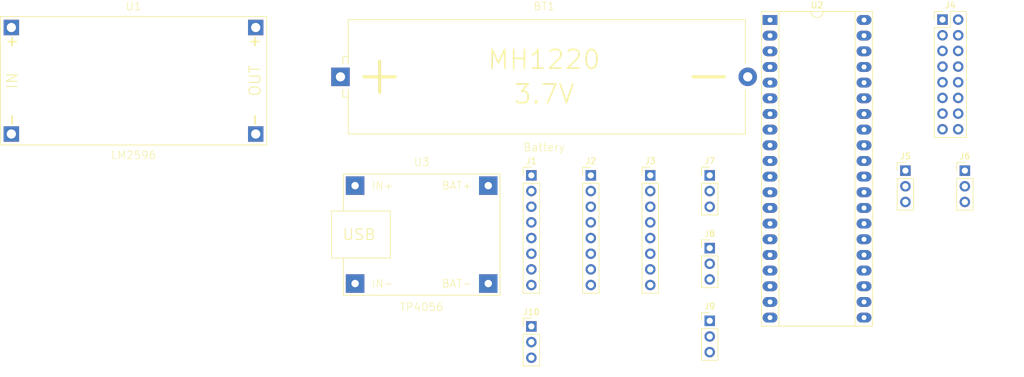
<source format=kicad_pcb>
(kicad_pcb (version 20170123) (host pcbnew no-vcs-found-e2505cb~60~ubuntu14.04.1)

  (general
    (thickness 1.6)
    (drawings 0)
    (tracks 0)
    (zones 0)
    (modules 14)
    (nets 71)
  )

  (page A4)
  (layers
    (0 F.Cu signal)
    (31 B.Cu signal)
    (32 B.Adhes user)
    (33 F.Adhes user)
    (34 B.Paste user)
    (35 F.Paste user)
    (36 B.SilkS user)
    (37 F.SilkS user)
    (38 B.Mask user)
    (39 F.Mask user)
    (40 Dwgs.User user)
    (41 Cmts.User user)
    (42 Eco1.User user)
    (43 Eco2.User user)
    (44 Edge.Cuts user)
    (45 Margin user)
    (46 B.CrtYd user)
    (47 F.CrtYd user)
    (48 B.Fab user)
    (49 F.Fab user)
  )

  (setup
    (last_trace_width 0.25)
    (trace_clearance 0.2)
    (zone_clearance 0.508)
    (zone_45_only no)
    (trace_min 0.2)
    (segment_width 0.2)
    (edge_width 0.15)
    (via_size 0.8)
    (via_drill 0.4)
    (via_min_size 0.4)
    (via_min_drill 0.3)
    (uvia_size 0.3)
    (uvia_drill 0.1)
    (uvias_allowed no)
    (uvia_min_size 0.2)
    (uvia_min_drill 0.1)
    (pcb_text_width 0.3)
    (pcb_text_size 1.5 1.5)
    (mod_edge_width 0.15)
    (mod_text_size 1 1)
    (mod_text_width 0.15)
    (pad_size 1.524 1.524)
    (pad_drill 0.762)
    (pad_to_mask_clearance 0.2)
    (aux_axis_origin 0 0)
    (visible_elements FFFFFF7F)
    (pcbplotparams
      (layerselection 0x00030_ffffffff)
      (usegerberextensions false)
      (usegerberattributes true)
      (usegerberadvancedattributes true)
      (creategerberjobfile true)
      (excludeedgelayer true)
      (linewidth 0.100000)
      (plotframeref false)
      (viasonmask false)
      (mode 1)
      (useauxorigin false)
      (hpglpennumber 1)
      (hpglpenspeed 20)
      (hpglpendiameter 15)
      (psnegative false)
      (psa4output false)
      (plotreference true)
      (plotvalue true)
      (plotinvisibletext false)
      (padsonsilk false)
      (subtractmaskfromsilk false)
      (outputformat 1)
      (mirror false)
      (drillshape 1)
      (scaleselection 1)
      (outputdirectory ""))
  )

  (net 0 "")
  (net 1 "Net-(J1-Pad1)")
  (net 2 "Net-(J1-Pad2)")
  (net 3 "Net-(J1-Pad3)")
  (net 4 "Net-(J1-Pad4)")
  (net 5 "Net-(J1-Pad5)")
  (net 6 "Net-(J1-Pad6)")
  (net 7 "Net-(J1-Pad7)")
  (net 8 "Net-(J1-Pad8)")
  (net 9 "Net-(J2-Pad1)")
  (net 10 "Net-(J2-Pad2)")
  (net 11 "Net-(J2-Pad3)")
  (net 12 "Net-(J2-Pad4)")
  (net 13 "Net-(J2-Pad5)")
  (net 14 "Net-(J2-Pad6)")
  (net 15 "Net-(J2-Pad7)")
  (net 16 "Net-(J2-Pad8)")
  (net 17 "Net-(J3-Pad8)")
  (net 18 "Net-(J3-Pad7)")
  (net 19 "Net-(J3-Pad6)")
  (net 20 "Net-(J3-Pad5)")
  (net 21 "Net-(J3-Pad4)")
  (net 22 "Net-(J3-Pad3)")
  (net 23 "Net-(J3-Pad2)")
  (net 24 "Net-(J3-Pad1)")
  (net 25 "Net-(J4-Pad1)")
  (net 26 "Net-(J4-Pad10)")
  (net 27 "Net-(J5-Pad1)")
  (net 28 "Net-(J5-Pad2)")
  (net 29 "Net-(J5-Pad3)")
  (net 30 "Net-(J6-Pad3)")
  (net 31 "Net-(J6-Pad2)")
  (net 32 "Net-(J6-Pad1)")
  (net 33 "Net-(J7-Pad3)")
  (net 34 "Net-(J7-Pad2)")
  (net 35 "Net-(J7-Pad1)")
  (net 36 "Net-(J8-Pad1)")
  (net 37 "Net-(J8-Pad2)")
  (net 38 "Net-(J8-Pad3)")
  (net 39 "Net-(J9-Pad1)")
  (net 40 "Net-(J9-Pad2)")
  (net 41 "Net-(J9-Pad3)")
  (net 42 "Net-(J10-Pad3)")
  (net 43 "Net-(J10-Pad2)")
  (net 44 "Net-(J10-Pad1)")
  (net 45 /PB12)
  (net 46 "Net-(U2-Pad21)")
  (net 47 /PB13)
  (net 48 "Net-(U2-Pad22)")
  (net 49 /PB14)
  (net 50 "Net-(U2-Pad23)")
  (net 51 /PB15)
  (net 52 "Net-(U2-Pad24)")
  (net 53 /PB3)
  (net 54 /PB4)
  (net 55 /PB5)
  (net 56 /PB0)
  (net 57 /PB6)
  (net 58 /PB1)
  (net 59 /PB7)
  (net 60 /PB10)
  (net 61 /PB8)
  (net 62 /PB11)
  (net 63 /PB9)
  (net 64 "Net-(U2-Pad37)")
  (net 65 "Net-(U2-Pad19)")
  (net 66 "Net-(U2-Pad39)")
  (net 67 "Net-(U2-Pad20)")
  (net 68 "Net-(U2-Pad40)")
  (net 69 "Net-(BT1-Pad1)")
  (net 70 "Net-(BT1-Pad2)")

  (net_class Default "This is the default net class."
    (clearance 0.2)
    (trace_width 0.25)
    (via_dia 0.8)
    (via_drill 0.4)
    (uvia_dia 0.3)
    (uvia_drill 0.1)
    (add_net /PB0)
    (add_net /PB1)
    (add_net /PB10)
    (add_net /PB11)
    (add_net /PB12)
    (add_net /PB13)
    (add_net /PB14)
    (add_net /PB15)
    (add_net /PB3)
    (add_net /PB4)
    (add_net /PB5)
    (add_net /PB6)
    (add_net /PB7)
    (add_net /PB8)
    (add_net /PB9)
    (add_net "Net-(BT1-Pad1)")
    (add_net "Net-(BT1-Pad2)")
    (add_net "Net-(J1-Pad1)")
    (add_net "Net-(J1-Pad2)")
    (add_net "Net-(J1-Pad3)")
    (add_net "Net-(J1-Pad4)")
    (add_net "Net-(J1-Pad5)")
    (add_net "Net-(J1-Pad6)")
    (add_net "Net-(J1-Pad7)")
    (add_net "Net-(J1-Pad8)")
    (add_net "Net-(J10-Pad1)")
    (add_net "Net-(J10-Pad2)")
    (add_net "Net-(J10-Pad3)")
    (add_net "Net-(J2-Pad1)")
    (add_net "Net-(J2-Pad2)")
    (add_net "Net-(J2-Pad3)")
    (add_net "Net-(J2-Pad4)")
    (add_net "Net-(J2-Pad5)")
    (add_net "Net-(J2-Pad6)")
    (add_net "Net-(J2-Pad7)")
    (add_net "Net-(J2-Pad8)")
    (add_net "Net-(J3-Pad1)")
    (add_net "Net-(J3-Pad2)")
    (add_net "Net-(J3-Pad3)")
    (add_net "Net-(J3-Pad4)")
    (add_net "Net-(J3-Pad5)")
    (add_net "Net-(J3-Pad6)")
    (add_net "Net-(J3-Pad7)")
    (add_net "Net-(J3-Pad8)")
    (add_net "Net-(J4-Pad1)")
    (add_net "Net-(J4-Pad10)")
    (add_net "Net-(J5-Pad1)")
    (add_net "Net-(J5-Pad2)")
    (add_net "Net-(J5-Pad3)")
    (add_net "Net-(J6-Pad1)")
    (add_net "Net-(J6-Pad2)")
    (add_net "Net-(J6-Pad3)")
    (add_net "Net-(J7-Pad1)")
    (add_net "Net-(J7-Pad2)")
    (add_net "Net-(J7-Pad3)")
    (add_net "Net-(J8-Pad1)")
    (add_net "Net-(J8-Pad2)")
    (add_net "Net-(J8-Pad3)")
    (add_net "Net-(J9-Pad1)")
    (add_net "Net-(J9-Pad2)")
    (add_net "Net-(J9-Pad3)")
    (add_net "Net-(U2-Pad19)")
    (add_net "Net-(U2-Pad20)")
    (add_net "Net-(U2-Pad21)")
    (add_net "Net-(U2-Pad22)")
    (add_net "Net-(U2-Pad23)")
    (add_net "Net-(U2-Pad24)")
    (add_net "Net-(U2-Pad37)")
    (add_net "Net-(U2-Pad39)")
    (add_net "Net-(U2-Pad40)")
  )

  (module diy-modules:diy-modules-DC-DC-STEP-DOWN-LM2596 (layer F.Cu) (tedit 200000) (tstamp 59BCFD11)
    (at 44.577 27.432)
    (descr "DC/DC STEP-DOWN REGULATOR BASED ON LM2596-ADJ CHIP")
    (tags "DC/DC STEP-DOWN REGULATOR BASED ON LM2596-ADJ CHIP")
    (path /59BC8681)
    (attr virtual)
    (fp_text reference U1 (at 0 -12.065) (layer F.SilkS)
      (effects (font (size 1.27 1.27) (thickness 0.1016)))
    )
    (fp_text value LM2596 (at 0 12.065) (layer F.SilkS)
      (effects (font (size 1.27 1.27) (thickness 0.1016)))
    )
    (fp_line (start -21.59 -10.414) (end 21.59 -10.414) (layer F.SilkS) (width 0.127))
    (fp_line (start 21.59 -10.414) (end 21.59 10.414) (layer F.SilkS) (width 0.127))
    (fp_line (start 21.59 10.414) (end -21.59 10.414) (layer F.SilkS) (width 0.127))
    (fp_line (start -21.59 10.414) (end -21.59 -10.414) (layer F.SilkS) (width 0.127))
    (fp_line (start 19.685 -6.985) (end 19.685 -5.715) (layer F.SilkS) (width 0.254))
    (fp_line (start 19.05 -6.35) (end 20.32 -6.35) (layer F.SilkS) (width 0.254))
    (fp_line (start -19.685 6.985) (end -19.685 5.715) (layer F.SilkS) (width 0.254))
    (fp_line (start 19.685 6.985) (end 19.685 5.715) (layer F.SilkS) (width 0.254))
    (fp_line (start -19.685 -6.985) (end -19.685 -5.715) (layer F.SilkS) (width 0.254))
    (fp_line (start -20.32 -6.35) (end -19.05 -6.35) (layer F.SilkS) (width 0.254))
    (fp_text user IN (at -19.685 0 90) (layer F.SilkS)
      (effects (font (size 1.778 1.778) (thickness 0.1524)))
    )
    (fp_text user OUT (at 19.685 0 90) (layer F.SilkS)
      (effects (font (size 1.778 1.778) (thickness 0.1524)))
    )
    (pad IN+ thru_hole rect (at -19.812 -8.636) (size 2.49936 2.49936) (drill 1.4986) (layers *.Cu *.Paste *.Mask)
      (net 69 "Net-(BT1-Pad1)"))
    (pad IN- thru_hole rect (at -19.812 8.636) (size 2.49936 2.49936) (drill 1.4986) (layers *.Cu *.Paste *.Mask)
      (net 70 "Net-(BT1-Pad2)"))
    (pad OUT+ thru_hole rect (at 19.812 -8.636) (size 2.49936 2.49936) (drill 1.4986) (layers *.Cu *.Paste *.Mask)
      (net 26 "Net-(J4-Pad10)"))
    (pad OUT- thru_hole rect (at 19.812 8.636) (size 2.49936 2.49936) (drill 1.4986) (layers *.Cu *.Paste *.Mask)
      (net 25 "Net-(J4-Pad1)"))
    (pad "" np_thru_hole circle (at -14.47546 -7.62) (size 2.99974 2.99974) (drill 2.99974) (layers *.Cu *.Mask))
    (pad "" np_thru_hole circle (at 15.24 7.62) (size 2.99974 2.99974) (drill 2.99974) (layers *.Cu *.Mask))
  )

  (module diy-modules:diy-modules-BATTERY-LI-MH12210 (layer F.Cu) (tedit 200000) (tstamp 59E5FAD4)
    (at 111.150371 26.797)
    (descr "LITHIUM-ION MH12210 RECHARGEABLE BATTERY")
    (tags "LITHIUM-ION MH12210 RECHARGEABLE BATTERY")
    (path /59CB9739)
    (attr virtual)
    (fp_text reference BT1 (at 0 -11.43) (layer F.SilkS)
      (effects (font (size 1.27 1.27) (thickness 0.1016)))
    )
    (fp_text value Battery (at 0 11.43) (layer F.SilkS)
      (effects (font (size 1.27 1.27) (thickness 0.1016)))
    )
    (fp_line (start -31.75 -9.271) (end 32.639 -9.271) (layer F.SilkS) (width 0.127))
    (fp_line (start 32.639 9.271) (end -31.75 9.271) (layer F.SilkS) (width 0.127))
    (fp_line (start -31.75 9.271) (end -31.75 3.302) (layer F.SilkS) (width 0.127))
    (fp_line (start -31.75 -3.302) (end -31.75 -9.271) (layer F.SilkS) (width 0.127))
    (fp_line (start -26.67 -2.54) (end -26.67 2.54) (layer F.SilkS) (width 0.508))
    (fp_line (start -29.21 0) (end -24.13 0) (layer F.SilkS) (width 0.508))
    (fp_line (start 29.21 0) (end 24.13 0) (layer F.SilkS) (width 0.508))
    (fp_line (start -31.75 -3.302) (end -32.639 -3.302) (layer F.SilkS) (width 0.127))
    (fp_line (start -32.639 3.302) (end -31.75 3.302) (layer F.SilkS) (width 0.127))
    (fp_line (start -32.639 -3.302) (end -32.639 -2.032) (layer F.SilkS) (width 0.127))
    (fp_line (start -32.639 2.032) (end -32.639 3.302) (layer F.SilkS) (width 0.127))
    (fp_line (start -31.75 -3.302) (end -31.75 -2.032) (layer F.SilkS) (width 0.127))
    (fp_line (start -31.75 2.032) (end -31.75 3.302) (layer F.SilkS) (width 0.127))
    (fp_line (start 32.639 -9.271) (end 32.639 -2.032) (layer F.SilkS) (width 0.127))
    (fp_line (start 32.639 2.032) (end 32.639 9.271) (layer F.SilkS) (width 0.127))
    (fp_text user MH1220 (at 0 -2.794) (layer F.SilkS)
      (effects (font (size 3.048 3.048) (thickness 0.254)))
    )
    (fp_text user 3.7V (at 0 2.794) (layer F.SilkS)
      (effects (font (size 3.048 3.048) (thickness 0.254)))
    )
    (pad BAT+ thru_hole rect (at -33.02 0) (size 2.99974 2.99974) (drill 1.4986) (layers *.Cu *.Paste *.Mask))
    (pad BAT- thru_hole circle (at 33.02 0) (size 2.99974 2.99974) (drill 1.4986) (layers *.Cu *.Paste *.Mask))
  )

  (module Pin_Headers:Pin_Header_Straight_1x08_Pitch2.54mm (layer F.Cu) (tedit 59650532) (tstamp 59E5FAF0)
    (at 109.08312 42.7747)
    (descr "Through hole straight pin header, 1x08, 2.54mm pitch, single row")
    (tags "Through hole pin header THT 1x08 2.54mm single row")
    (path /59BC8319)
    (fp_text reference J1 (at 0 -2.33) (layer F.SilkS)
      (effects (font (size 1 1) (thickness 0.15)))
    )
    (fp_text value Conn_01x08 (at 0 20.11) (layer F.Fab)
      (effects (font (size 1 1) (thickness 0.15)))
    )
    (fp_line (start -0.635 -1.27) (end 1.27 -1.27) (layer F.Fab) (width 0.1))
    (fp_line (start 1.27 -1.27) (end 1.27 19.05) (layer F.Fab) (width 0.1))
    (fp_line (start 1.27 19.05) (end -1.27 19.05) (layer F.Fab) (width 0.1))
    (fp_line (start -1.27 19.05) (end -1.27 -0.635) (layer F.Fab) (width 0.1))
    (fp_line (start -1.27 -0.635) (end -0.635 -1.27) (layer F.Fab) (width 0.1))
    (fp_line (start -1.33 19.11) (end 1.33 19.11) (layer F.SilkS) (width 0.12))
    (fp_line (start -1.33 1.27) (end -1.33 19.11) (layer F.SilkS) (width 0.12))
    (fp_line (start 1.33 1.27) (end 1.33 19.11) (layer F.SilkS) (width 0.12))
    (fp_line (start -1.33 1.27) (end 1.33 1.27) (layer F.SilkS) (width 0.12))
    (fp_line (start -1.33 0) (end -1.33 -1.33) (layer F.SilkS) (width 0.12))
    (fp_line (start -1.33 -1.33) (end 0 -1.33) (layer F.SilkS) (width 0.12))
    (fp_line (start -1.8 -1.8) (end -1.8 19.55) (layer F.CrtYd) (width 0.05))
    (fp_line (start -1.8 19.55) (end 1.8 19.55) (layer F.CrtYd) (width 0.05))
    (fp_line (start 1.8 19.55) (end 1.8 -1.8) (layer F.CrtYd) (width 0.05))
    (fp_line (start 1.8 -1.8) (end -1.8 -1.8) (layer F.CrtYd) (width 0.05))
    (fp_text user %R (at 0 8.89 90) (layer F.Fab)
      (effects (font (size 1 1) (thickness 0.15)))
    )
    (pad 1 thru_hole rect (at 0 0) (size 1.7 1.7) (drill 1) (layers *.Cu *.Mask)
      (net 1 "Net-(J1-Pad1)"))
    (pad 2 thru_hole oval (at 0 2.54) (size 1.7 1.7) (drill 1) (layers *.Cu *.Mask)
      (net 2 "Net-(J1-Pad2)"))
    (pad 3 thru_hole oval (at 0 5.08) (size 1.7 1.7) (drill 1) (layers *.Cu *.Mask)
      (net 3 "Net-(J1-Pad3)"))
    (pad 4 thru_hole oval (at 0 7.62) (size 1.7 1.7) (drill 1) (layers *.Cu *.Mask)
      (net 4 "Net-(J1-Pad4)"))
    (pad 5 thru_hole oval (at 0 10.16) (size 1.7 1.7) (drill 1) (layers *.Cu *.Mask)
      (net 5 "Net-(J1-Pad5)"))
    (pad 6 thru_hole oval (at 0 12.7) (size 1.7 1.7) (drill 1) (layers *.Cu *.Mask)
      (net 6 "Net-(J1-Pad6)"))
    (pad 7 thru_hole oval (at 0 15.24) (size 1.7 1.7) (drill 1) (layers *.Cu *.Mask)
      (net 7 "Net-(J1-Pad7)"))
    (pad 8 thru_hole oval (at 0 17.78) (size 1.7 1.7) (drill 1) (layers *.Cu *.Mask)
      (net 8 "Net-(J1-Pad8)"))
    (model ${KISYS3DMOD}/Pin_Headers.3dshapes/Pin_Header_Straight_1x08_Pitch2.54mm.wrl
      (at (xyz 0 0 0))
      (scale (xyz 1 1 1))
      (rotate (xyz 0 0 0))
    )
  )

  (module Pin_Headers:Pin_Header_Straight_1x08_Pitch2.54mm (layer F.Cu) (tedit 59650532) (tstamp 59E5FB0C)
    (at 118.72312 42.7747)
    (descr "Through hole straight pin header, 1x08, 2.54mm pitch, single row")
    (tags "Through hole pin header THT 1x08 2.54mm single row")
    (path /59BC8EFC)
    (fp_text reference J2 (at 0 -2.33) (layer F.SilkS)
      (effects (font (size 1 1) (thickness 0.15)))
    )
    (fp_text value Conn_01x08 (at 0 20.11) (layer F.Fab)
      (effects (font (size 1 1) (thickness 0.15)))
    )
    (fp_line (start -0.635 -1.27) (end 1.27 -1.27) (layer F.Fab) (width 0.1))
    (fp_line (start 1.27 -1.27) (end 1.27 19.05) (layer F.Fab) (width 0.1))
    (fp_line (start 1.27 19.05) (end -1.27 19.05) (layer F.Fab) (width 0.1))
    (fp_line (start -1.27 19.05) (end -1.27 -0.635) (layer F.Fab) (width 0.1))
    (fp_line (start -1.27 -0.635) (end -0.635 -1.27) (layer F.Fab) (width 0.1))
    (fp_line (start -1.33 19.11) (end 1.33 19.11) (layer F.SilkS) (width 0.12))
    (fp_line (start -1.33 1.27) (end -1.33 19.11) (layer F.SilkS) (width 0.12))
    (fp_line (start 1.33 1.27) (end 1.33 19.11) (layer F.SilkS) (width 0.12))
    (fp_line (start -1.33 1.27) (end 1.33 1.27) (layer F.SilkS) (width 0.12))
    (fp_line (start -1.33 0) (end -1.33 -1.33) (layer F.SilkS) (width 0.12))
    (fp_line (start -1.33 -1.33) (end 0 -1.33) (layer F.SilkS) (width 0.12))
    (fp_line (start -1.8 -1.8) (end -1.8 19.55) (layer F.CrtYd) (width 0.05))
    (fp_line (start -1.8 19.55) (end 1.8 19.55) (layer F.CrtYd) (width 0.05))
    (fp_line (start 1.8 19.55) (end 1.8 -1.8) (layer F.CrtYd) (width 0.05))
    (fp_line (start 1.8 -1.8) (end -1.8 -1.8) (layer F.CrtYd) (width 0.05))
    (fp_text user %R (at 0 8.89 90) (layer F.Fab)
      (effects (font (size 1 1) (thickness 0.15)))
    )
    (pad 1 thru_hole rect (at 0 0) (size 1.7 1.7) (drill 1) (layers *.Cu *.Mask)
      (net 9 "Net-(J2-Pad1)"))
    (pad 2 thru_hole oval (at 0 2.54) (size 1.7 1.7) (drill 1) (layers *.Cu *.Mask)
      (net 10 "Net-(J2-Pad2)"))
    (pad 3 thru_hole oval (at 0 5.08) (size 1.7 1.7) (drill 1) (layers *.Cu *.Mask)
      (net 11 "Net-(J2-Pad3)"))
    (pad 4 thru_hole oval (at 0 7.62) (size 1.7 1.7) (drill 1) (layers *.Cu *.Mask)
      (net 12 "Net-(J2-Pad4)"))
    (pad 5 thru_hole oval (at 0 10.16) (size 1.7 1.7) (drill 1) (layers *.Cu *.Mask)
      (net 13 "Net-(J2-Pad5)"))
    (pad 6 thru_hole oval (at 0 12.7) (size 1.7 1.7) (drill 1) (layers *.Cu *.Mask)
      (net 14 "Net-(J2-Pad6)"))
    (pad 7 thru_hole oval (at 0 15.24) (size 1.7 1.7) (drill 1) (layers *.Cu *.Mask)
      (net 15 "Net-(J2-Pad7)"))
    (pad 8 thru_hole oval (at 0 17.78) (size 1.7 1.7) (drill 1) (layers *.Cu *.Mask)
      (net 16 "Net-(J2-Pad8)"))
    (model ${KISYS3DMOD}/Pin_Headers.3dshapes/Pin_Header_Straight_1x08_Pitch2.54mm.wrl
      (at (xyz 0 0 0))
      (scale (xyz 1 1 1))
      (rotate (xyz 0 0 0))
    )
  )

  (module Pin_Headers:Pin_Header_Straight_1x08_Pitch2.54mm (layer F.Cu) (tedit 59650532) (tstamp 59E5FB28)
    (at 128.36312 42.7747)
    (descr "Through hole straight pin header, 1x08, 2.54mm pitch, single row")
    (tags "Through hole pin header THT 1x08 2.54mm single row")
    (path /59BC8D64)
    (fp_text reference J3 (at 0 -2.33) (layer F.SilkS)
      (effects (font (size 1 1) (thickness 0.15)))
    )
    (fp_text value Conn_01x08 (at 0 20.11) (layer F.Fab)
      (effects (font (size 1 1) (thickness 0.15)))
    )
    (fp_text user %R (at 0 8.89 90) (layer F.Fab)
      (effects (font (size 1 1) (thickness 0.15)))
    )
    (fp_line (start 1.8 -1.8) (end -1.8 -1.8) (layer F.CrtYd) (width 0.05))
    (fp_line (start 1.8 19.55) (end 1.8 -1.8) (layer F.CrtYd) (width 0.05))
    (fp_line (start -1.8 19.55) (end 1.8 19.55) (layer F.CrtYd) (width 0.05))
    (fp_line (start -1.8 -1.8) (end -1.8 19.55) (layer F.CrtYd) (width 0.05))
    (fp_line (start -1.33 -1.33) (end 0 -1.33) (layer F.SilkS) (width 0.12))
    (fp_line (start -1.33 0) (end -1.33 -1.33) (layer F.SilkS) (width 0.12))
    (fp_line (start -1.33 1.27) (end 1.33 1.27) (layer F.SilkS) (width 0.12))
    (fp_line (start 1.33 1.27) (end 1.33 19.11) (layer F.SilkS) (width 0.12))
    (fp_line (start -1.33 1.27) (end -1.33 19.11) (layer F.SilkS) (width 0.12))
    (fp_line (start -1.33 19.11) (end 1.33 19.11) (layer F.SilkS) (width 0.12))
    (fp_line (start -1.27 -0.635) (end -0.635 -1.27) (layer F.Fab) (width 0.1))
    (fp_line (start -1.27 19.05) (end -1.27 -0.635) (layer F.Fab) (width 0.1))
    (fp_line (start 1.27 19.05) (end -1.27 19.05) (layer F.Fab) (width 0.1))
    (fp_line (start 1.27 -1.27) (end 1.27 19.05) (layer F.Fab) (width 0.1))
    (fp_line (start -0.635 -1.27) (end 1.27 -1.27) (layer F.Fab) (width 0.1))
    (pad 8 thru_hole oval (at 0 17.78) (size 1.7 1.7) (drill 1) (layers *.Cu *.Mask)
      (net 17 "Net-(J3-Pad8)"))
    (pad 7 thru_hole oval (at 0 15.24) (size 1.7 1.7) (drill 1) (layers *.Cu *.Mask)
      (net 18 "Net-(J3-Pad7)"))
    (pad 6 thru_hole oval (at 0 12.7) (size 1.7 1.7) (drill 1) (layers *.Cu *.Mask)
      (net 19 "Net-(J3-Pad6)"))
    (pad 5 thru_hole oval (at 0 10.16) (size 1.7 1.7) (drill 1) (layers *.Cu *.Mask)
      (net 20 "Net-(J3-Pad5)"))
    (pad 4 thru_hole oval (at 0 7.62) (size 1.7 1.7) (drill 1) (layers *.Cu *.Mask)
      (net 21 "Net-(J3-Pad4)"))
    (pad 3 thru_hole oval (at 0 5.08) (size 1.7 1.7) (drill 1) (layers *.Cu *.Mask)
      (net 22 "Net-(J3-Pad3)"))
    (pad 2 thru_hole oval (at 0 2.54) (size 1.7 1.7) (drill 1) (layers *.Cu *.Mask)
      (net 23 "Net-(J3-Pad2)"))
    (pad 1 thru_hole rect (at 0 0) (size 1.7 1.7) (drill 1) (layers *.Cu *.Mask)
      (net 24 "Net-(J3-Pad1)"))
    (model ${KISYS3DMOD}/Pin_Headers.3dshapes/Pin_Header_Straight_1x08_Pitch2.54mm.wrl
      (at (xyz 0 0 0))
      (scale (xyz 1 1 1))
      (rotate (xyz 0 0 0))
    )
  )

  (module Pin_Headers:Pin_Header_Straight_2x08_Pitch2.54mm (layer F.Cu) (tedit 59650532) (tstamp 59E5FB4E)
    (at 175.748834 17.5147)
    (descr "Through hole straight pin header, 2x08, 2.54mm pitch, double rows")
    (tags "Through hole pin header THT 2x08 2.54mm double row")
    (path /59BC840E)
    (fp_text reference J4 (at 1.27 -2.33) (layer F.SilkS)
      (effects (font (size 1 1) (thickness 0.15)))
    )
    (fp_text value Conn_02x08_Counter_Clockwise (at 1.27 20.11) (layer F.Fab)
      (effects (font (size 1 1) (thickness 0.15)))
    )
    (fp_line (start 0 -1.27) (end 3.81 -1.27) (layer F.Fab) (width 0.1))
    (fp_line (start 3.81 -1.27) (end 3.81 19.05) (layer F.Fab) (width 0.1))
    (fp_line (start 3.81 19.05) (end -1.27 19.05) (layer F.Fab) (width 0.1))
    (fp_line (start -1.27 19.05) (end -1.27 0) (layer F.Fab) (width 0.1))
    (fp_line (start -1.27 0) (end 0 -1.27) (layer F.Fab) (width 0.1))
    (fp_line (start -1.33 19.11) (end 3.87 19.11) (layer F.SilkS) (width 0.12))
    (fp_line (start -1.33 1.27) (end -1.33 19.11) (layer F.SilkS) (width 0.12))
    (fp_line (start 3.87 -1.33) (end 3.87 19.11) (layer F.SilkS) (width 0.12))
    (fp_line (start -1.33 1.27) (end 1.27 1.27) (layer F.SilkS) (width 0.12))
    (fp_line (start 1.27 1.27) (end 1.27 -1.33) (layer F.SilkS) (width 0.12))
    (fp_line (start 1.27 -1.33) (end 3.87 -1.33) (layer F.SilkS) (width 0.12))
    (fp_line (start -1.33 0) (end -1.33 -1.33) (layer F.SilkS) (width 0.12))
    (fp_line (start -1.33 -1.33) (end 0 -1.33) (layer F.SilkS) (width 0.12))
    (fp_line (start -1.8 -1.8) (end -1.8 19.55) (layer F.CrtYd) (width 0.05))
    (fp_line (start -1.8 19.55) (end 4.35 19.55) (layer F.CrtYd) (width 0.05))
    (fp_line (start 4.35 19.55) (end 4.35 -1.8) (layer F.CrtYd) (width 0.05))
    (fp_line (start 4.35 -1.8) (end -1.8 -1.8) (layer F.CrtYd) (width 0.05))
    (fp_text user %R (at 1.27 8.89 90) (layer F.Fab)
      (effects (font (size 1 1) (thickness 0.15)))
    )
    (pad 1 thru_hole rect (at 0 0) (size 1.7 1.7) (drill 1) (layers *.Cu *.Mask)
      (net 25 "Net-(J4-Pad1)"))
    (pad 2 thru_hole oval (at 2.54 0) (size 1.7 1.7) (drill 1) (layers *.Cu *.Mask)
      (net 25 "Net-(J4-Pad1)"))
    (pad 3 thru_hole oval (at 0 2.54) (size 1.7 1.7) (drill 1) (layers *.Cu *.Mask)
      (net 25 "Net-(J4-Pad1)"))
    (pad 4 thru_hole oval (at 2.54 2.54) (size 1.7 1.7) (drill 1) (layers *.Cu *.Mask)
      (net 25 "Net-(J4-Pad1)"))
    (pad 5 thru_hole oval (at 0 5.08) (size 1.7 1.7) (drill 1) (layers *.Cu *.Mask)
      (net 25 "Net-(J4-Pad1)"))
    (pad 6 thru_hole oval (at 2.54 5.08) (size 1.7 1.7) (drill 1) (layers *.Cu *.Mask)
      (net 25 "Net-(J4-Pad1)"))
    (pad 7 thru_hole oval (at 0 7.62) (size 1.7 1.7) (drill 1) (layers *.Cu *.Mask)
      (net 25 "Net-(J4-Pad1)"))
    (pad 8 thru_hole oval (at 2.54 7.62) (size 1.7 1.7) (drill 1) (layers *.Cu *.Mask)
      (net 25 "Net-(J4-Pad1)"))
    (pad 9 thru_hole oval (at 0 10.16) (size 1.7 1.7) (drill 1) (layers *.Cu *.Mask)
      (net 26 "Net-(J4-Pad10)"))
    (pad 10 thru_hole oval (at 2.54 10.16) (size 1.7 1.7) (drill 1) (layers *.Cu *.Mask)
      (net 26 "Net-(J4-Pad10)"))
    (pad 11 thru_hole oval (at 0 12.7) (size 1.7 1.7) (drill 1) (layers *.Cu *.Mask)
      (net 26 "Net-(J4-Pad10)"))
    (pad 12 thru_hole oval (at 2.54 12.7) (size 1.7 1.7) (drill 1) (layers *.Cu *.Mask)
      (net 26 "Net-(J4-Pad10)"))
    (pad 13 thru_hole oval (at 0 15.24) (size 1.7 1.7) (drill 1) (layers *.Cu *.Mask)
      (net 26 "Net-(J4-Pad10)"))
    (pad 14 thru_hole oval (at 2.54 15.24) (size 1.7 1.7) (drill 1) (layers *.Cu *.Mask)
      (net 26 "Net-(J4-Pad10)"))
    (pad 15 thru_hole oval (at 0 17.78) (size 1.7 1.7) (drill 1) (layers *.Cu *.Mask)
      (net 26 "Net-(J4-Pad10)"))
    (pad 16 thru_hole oval (at 2.54 17.78) (size 1.7 1.7) (drill 1) (layers *.Cu *.Mask)
      (net 26 "Net-(J4-Pad10)"))
    (model ${KISYS3DMOD}/Pin_Headers.3dshapes/Pin_Header_Straight_2x08_Pitch2.54mm.wrl
      (at (xyz 0 0 0))
      (scale (xyz 1 1 1))
      (rotate (xyz 0 0 0))
    )
  )

  (module Pin_Headers:Pin_Header_Straight_1x03_Pitch2.54mm (layer F.Cu) (tedit 59650532) (tstamp 59E5FB65)
    (at 169.73312 42.0047)
    (descr "Through hole straight pin header, 1x03, 2.54mm pitch, single row")
    (tags "Through hole pin header THT 1x03 2.54mm single row")
    (path /59BC7E4D)
    (fp_text reference J5 (at 0 -2.33) (layer F.SilkS)
      (effects (font (size 1 1) (thickness 0.15)))
    )
    (fp_text value Conn_01x03 (at 0 7.41) (layer F.Fab)
      (effects (font (size 1 1) (thickness 0.15)))
    )
    (fp_line (start -0.635 -1.27) (end 1.27 -1.27) (layer F.Fab) (width 0.1))
    (fp_line (start 1.27 -1.27) (end 1.27 6.35) (layer F.Fab) (width 0.1))
    (fp_line (start 1.27 6.35) (end -1.27 6.35) (layer F.Fab) (width 0.1))
    (fp_line (start -1.27 6.35) (end -1.27 -0.635) (layer F.Fab) (width 0.1))
    (fp_line (start -1.27 -0.635) (end -0.635 -1.27) (layer F.Fab) (width 0.1))
    (fp_line (start -1.33 6.41) (end 1.33 6.41) (layer F.SilkS) (width 0.12))
    (fp_line (start -1.33 1.27) (end -1.33 6.41) (layer F.SilkS) (width 0.12))
    (fp_line (start 1.33 1.27) (end 1.33 6.41) (layer F.SilkS) (width 0.12))
    (fp_line (start -1.33 1.27) (end 1.33 1.27) (layer F.SilkS) (width 0.12))
    (fp_line (start -1.33 0) (end -1.33 -1.33) (layer F.SilkS) (width 0.12))
    (fp_line (start -1.33 -1.33) (end 0 -1.33) (layer F.SilkS) (width 0.12))
    (fp_line (start -1.8 -1.8) (end -1.8 6.85) (layer F.CrtYd) (width 0.05))
    (fp_line (start -1.8 6.85) (end 1.8 6.85) (layer F.CrtYd) (width 0.05))
    (fp_line (start 1.8 6.85) (end 1.8 -1.8) (layer F.CrtYd) (width 0.05))
    (fp_line (start 1.8 -1.8) (end -1.8 -1.8) (layer F.CrtYd) (width 0.05))
    (fp_text user %R (at 0 2.54 90) (layer F.Fab)
      (effects (font (size 1 1) (thickness 0.15)))
    )
    (pad 1 thru_hole rect (at 0 0) (size 1.7 1.7) (drill 1) (layers *.Cu *.Mask)
      (net 27 "Net-(J5-Pad1)"))
    (pad 2 thru_hole oval (at 0 2.54) (size 1.7 1.7) (drill 1) (layers *.Cu *.Mask)
      (net 28 "Net-(J5-Pad2)"))
    (pad 3 thru_hole oval (at 0 5.08) (size 1.7 1.7) (drill 1) (layers *.Cu *.Mask)
      (net 29 "Net-(J5-Pad3)"))
    (model ${KISYS3DMOD}/Pin_Headers.3dshapes/Pin_Header_Straight_1x03_Pitch2.54mm.wrl
      (at (xyz 0 0 0))
      (scale (xyz 1 1 1))
      (rotate (xyz 0 0 0))
    )
  )

  (module Pin_Headers:Pin_Header_Straight_1x03_Pitch2.54mm (layer F.Cu) (tedit 59650532) (tstamp 59E5FB7C)
    (at 179.37312 42.0047)
    (descr "Through hole straight pin header, 1x03, 2.54mm pitch, single row")
    (tags "Through hole pin header THT 1x03 2.54mm single row")
    (path /59BC81CC)
    (fp_text reference J6 (at 0 -2.33) (layer F.SilkS)
      (effects (font (size 1 1) (thickness 0.15)))
    )
    (fp_text value Conn_01x03 (at 0 7.41) (layer F.Fab)
      (effects (font (size 1 1) (thickness 0.15)))
    )
    (fp_text user %R (at 0 2.54 90) (layer F.Fab)
      (effects (font (size 1 1) (thickness 0.15)))
    )
    (fp_line (start 1.8 -1.8) (end -1.8 -1.8) (layer F.CrtYd) (width 0.05))
    (fp_line (start 1.8 6.85) (end 1.8 -1.8) (layer F.CrtYd) (width 0.05))
    (fp_line (start -1.8 6.85) (end 1.8 6.85) (layer F.CrtYd) (width 0.05))
    (fp_line (start -1.8 -1.8) (end -1.8 6.85) (layer F.CrtYd) (width 0.05))
    (fp_line (start -1.33 -1.33) (end 0 -1.33) (layer F.SilkS) (width 0.12))
    (fp_line (start -1.33 0) (end -1.33 -1.33) (layer F.SilkS) (width 0.12))
    (fp_line (start -1.33 1.27) (end 1.33 1.27) (layer F.SilkS) (width 0.12))
    (fp_line (start 1.33 1.27) (end 1.33 6.41) (layer F.SilkS) (width 0.12))
    (fp_line (start -1.33 1.27) (end -1.33 6.41) (layer F.SilkS) (width 0.12))
    (fp_line (start -1.33 6.41) (end 1.33 6.41) (layer F.SilkS) (width 0.12))
    (fp_line (start -1.27 -0.635) (end -0.635 -1.27) (layer F.Fab) (width 0.1))
    (fp_line (start -1.27 6.35) (end -1.27 -0.635) (layer F.Fab) (width 0.1))
    (fp_line (start 1.27 6.35) (end -1.27 6.35) (layer F.Fab) (width 0.1))
    (fp_line (start 1.27 -1.27) (end 1.27 6.35) (layer F.Fab) (width 0.1))
    (fp_line (start -0.635 -1.27) (end 1.27 -1.27) (layer F.Fab) (width 0.1))
    (pad 3 thru_hole oval (at 0 5.08) (size 1.7 1.7) (drill 1) (layers *.Cu *.Mask)
      (net 30 "Net-(J6-Pad3)"))
    (pad 2 thru_hole oval (at 0 2.54) (size 1.7 1.7) (drill 1) (layers *.Cu *.Mask)
      (net 31 "Net-(J6-Pad2)"))
    (pad 1 thru_hole rect (at 0 0) (size 1.7 1.7) (drill 1) (layers *.Cu *.Mask)
      (net 32 "Net-(J6-Pad1)"))
    (model ${KISYS3DMOD}/Pin_Headers.3dshapes/Pin_Header_Straight_1x03_Pitch2.54mm.wrl
      (at (xyz 0 0 0))
      (scale (xyz 1 1 1))
      (rotate (xyz 0 0 0))
    )
  )

  (module Pin_Headers:Pin_Header_Straight_1x03_Pitch2.54mm (layer F.Cu) (tedit 59650532) (tstamp 59E5FB93)
    (at 138.00312 42.7747)
    (descr "Through hole straight pin header, 1x03, 2.54mm pitch, single row")
    (tags "Through hole pin header THT 1x03 2.54mm single row")
    (path /59BC7ED5)
    (fp_text reference J7 (at 0 -2.33) (layer F.SilkS)
      (effects (font (size 1 1) (thickness 0.15)))
    )
    (fp_text value Conn_01x03 (at 0 7.41) (layer F.Fab)
      (effects (font (size 1 1) (thickness 0.15)))
    )
    (fp_text user %R (at 0 2.54 90) (layer F.Fab)
      (effects (font (size 1 1) (thickness 0.15)))
    )
    (fp_line (start 1.8 -1.8) (end -1.8 -1.8) (layer F.CrtYd) (width 0.05))
    (fp_line (start 1.8 6.85) (end 1.8 -1.8) (layer F.CrtYd) (width 0.05))
    (fp_line (start -1.8 6.85) (end 1.8 6.85) (layer F.CrtYd) (width 0.05))
    (fp_line (start -1.8 -1.8) (end -1.8 6.85) (layer F.CrtYd) (width 0.05))
    (fp_line (start -1.33 -1.33) (end 0 -1.33) (layer F.SilkS) (width 0.12))
    (fp_line (start -1.33 0) (end -1.33 -1.33) (layer F.SilkS) (width 0.12))
    (fp_line (start -1.33 1.27) (end 1.33 1.27) (layer F.SilkS) (width 0.12))
    (fp_line (start 1.33 1.27) (end 1.33 6.41) (layer F.SilkS) (width 0.12))
    (fp_line (start -1.33 1.27) (end -1.33 6.41) (layer F.SilkS) (width 0.12))
    (fp_line (start -1.33 6.41) (end 1.33 6.41) (layer F.SilkS) (width 0.12))
    (fp_line (start -1.27 -0.635) (end -0.635 -1.27) (layer F.Fab) (width 0.1))
    (fp_line (start -1.27 6.35) (end -1.27 -0.635) (layer F.Fab) (width 0.1))
    (fp_line (start 1.27 6.35) (end -1.27 6.35) (layer F.Fab) (width 0.1))
    (fp_line (start 1.27 -1.27) (end 1.27 6.35) (layer F.Fab) (width 0.1))
    (fp_line (start -0.635 -1.27) (end 1.27 -1.27) (layer F.Fab) (width 0.1))
    (pad 3 thru_hole oval (at 0 5.08) (size 1.7 1.7) (drill 1) (layers *.Cu *.Mask)
      (net 33 "Net-(J7-Pad3)"))
    (pad 2 thru_hole oval (at 0 2.54) (size 1.7 1.7) (drill 1) (layers *.Cu *.Mask)
      (net 34 "Net-(J7-Pad2)"))
    (pad 1 thru_hole rect (at 0 0) (size 1.7 1.7) (drill 1) (layers *.Cu *.Mask)
      (net 35 "Net-(J7-Pad1)"))
    (model ${KISYS3DMOD}/Pin_Headers.3dshapes/Pin_Header_Straight_1x03_Pitch2.54mm.wrl
      (at (xyz 0 0 0))
      (scale (xyz 1 1 1))
      (rotate (xyz 0 0 0))
    )
  )

  (module Pin_Headers:Pin_Header_Straight_1x03_Pitch2.54mm (layer F.Cu) (tedit 59650532) (tstamp 59E5FBAA)
    (at 138.00312 54.5647)
    (descr "Through hole straight pin header, 1x03, 2.54mm pitch, single row")
    (tags "Through hole pin header THT 1x03 2.54mm single row")
    (path /59BC81D3)
    (fp_text reference J8 (at 0 -2.33) (layer F.SilkS)
      (effects (font (size 1 1) (thickness 0.15)))
    )
    (fp_text value Conn_01x03 (at 0 7.41) (layer F.Fab)
      (effects (font (size 1 1) (thickness 0.15)))
    )
    (fp_line (start -0.635 -1.27) (end 1.27 -1.27) (layer F.Fab) (width 0.1))
    (fp_line (start 1.27 -1.27) (end 1.27 6.35) (layer F.Fab) (width 0.1))
    (fp_line (start 1.27 6.35) (end -1.27 6.35) (layer F.Fab) (width 0.1))
    (fp_line (start -1.27 6.35) (end -1.27 -0.635) (layer F.Fab) (width 0.1))
    (fp_line (start -1.27 -0.635) (end -0.635 -1.27) (layer F.Fab) (width 0.1))
    (fp_line (start -1.33 6.41) (end 1.33 6.41) (layer F.SilkS) (width 0.12))
    (fp_line (start -1.33 1.27) (end -1.33 6.41) (layer F.SilkS) (width 0.12))
    (fp_line (start 1.33 1.27) (end 1.33 6.41) (layer F.SilkS) (width 0.12))
    (fp_line (start -1.33 1.27) (end 1.33 1.27) (layer F.SilkS) (width 0.12))
    (fp_line (start -1.33 0) (end -1.33 -1.33) (layer F.SilkS) (width 0.12))
    (fp_line (start -1.33 -1.33) (end 0 -1.33) (layer F.SilkS) (width 0.12))
    (fp_line (start -1.8 -1.8) (end -1.8 6.85) (layer F.CrtYd) (width 0.05))
    (fp_line (start -1.8 6.85) (end 1.8 6.85) (layer F.CrtYd) (width 0.05))
    (fp_line (start 1.8 6.85) (end 1.8 -1.8) (layer F.CrtYd) (width 0.05))
    (fp_line (start 1.8 -1.8) (end -1.8 -1.8) (layer F.CrtYd) (width 0.05))
    (fp_text user %R (at 0 2.54 90) (layer F.Fab)
      (effects (font (size 1 1) (thickness 0.15)))
    )
    (pad 1 thru_hole rect (at 0 0) (size 1.7 1.7) (drill 1) (layers *.Cu *.Mask)
      (net 36 "Net-(J8-Pad1)"))
    (pad 2 thru_hole oval (at 0 2.54) (size 1.7 1.7) (drill 1) (layers *.Cu *.Mask)
      (net 37 "Net-(J8-Pad2)"))
    (pad 3 thru_hole oval (at 0 5.08) (size 1.7 1.7) (drill 1) (layers *.Cu *.Mask)
      (net 38 "Net-(J8-Pad3)"))
    (model ${KISYS3DMOD}/Pin_Headers.3dshapes/Pin_Header_Straight_1x03_Pitch2.54mm.wrl
      (at (xyz 0 0 0))
      (scale (xyz 1 1 1))
      (rotate (xyz 0 0 0))
    )
  )

  (module Pin_Headers:Pin_Header_Straight_1x03_Pitch2.54mm (layer F.Cu) (tedit 59650532) (tstamp 59E5FBC1)
    (at 138.00312 66.3547)
    (descr "Through hole straight pin header, 1x03, 2.54mm pitch, single row")
    (tags "Through hole pin header THT 1x03 2.54mm single row")
    (path /59BC7F81)
    (fp_text reference J9 (at 0 -2.33) (layer F.SilkS)
      (effects (font (size 1 1) (thickness 0.15)))
    )
    (fp_text value Conn_01x03 (at 0 7.41) (layer F.Fab)
      (effects (font (size 1 1) (thickness 0.15)))
    )
    (fp_line (start -0.635 -1.27) (end 1.27 -1.27) (layer F.Fab) (width 0.1))
    (fp_line (start 1.27 -1.27) (end 1.27 6.35) (layer F.Fab) (width 0.1))
    (fp_line (start 1.27 6.35) (end -1.27 6.35) (layer F.Fab) (width 0.1))
    (fp_line (start -1.27 6.35) (end -1.27 -0.635) (layer F.Fab) (width 0.1))
    (fp_line (start -1.27 -0.635) (end -0.635 -1.27) (layer F.Fab) (width 0.1))
    (fp_line (start -1.33 6.41) (end 1.33 6.41) (layer F.SilkS) (width 0.12))
    (fp_line (start -1.33 1.27) (end -1.33 6.41) (layer F.SilkS) (width 0.12))
    (fp_line (start 1.33 1.27) (end 1.33 6.41) (layer F.SilkS) (width 0.12))
    (fp_line (start -1.33 1.27) (end 1.33 1.27) (layer F.SilkS) (width 0.12))
    (fp_line (start -1.33 0) (end -1.33 -1.33) (layer F.SilkS) (width 0.12))
    (fp_line (start -1.33 -1.33) (end 0 -1.33) (layer F.SilkS) (width 0.12))
    (fp_line (start -1.8 -1.8) (end -1.8 6.85) (layer F.CrtYd) (width 0.05))
    (fp_line (start -1.8 6.85) (end 1.8 6.85) (layer F.CrtYd) (width 0.05))
    (fp_line (start 1.8 6.85) (end 1.8 -1.8) (layer F.CrtYd) (width 0.05))
    (fp_line (start 1.8 -1.8) (end -1.8 -1.8) (layer F.CrtYd) (width 0.05))
    (fp_text user %R (at 0 2.54 90) (layer F.Fab)
      (effects (font (size 1 1) (thickness 0.15)))
    )
    (pad 1 thru_hole rect (at 0 0) (size 1.7 1.7) (drill 1) (layers *.Cu *.Mask)
      (net 39 "Net-(J9-Pad1)"))
    (pad 2 thru_hole oval (at 0 2.54) (size 1.7 1.7) (drill 1) (layers *.Cu *.Mask)
      (net 40 "Net-(J9-Pad2)"))
    (pad 3 thru_hole oval (at 0 5.08) (size 1.7 1.7) (drill 1) (layers *.Cu *.Mask)
      (net 41 "Net-(J9-Pad3)"))
    (model ${KISYS3DMOD}/Pin_Headers.3dshapes/Pin_Header_Straight_1x03_Pitch2.54mm.wrl
      (at (xyz 0 0 0))
      (scale (xyz 1 1 1))
      (rotate (xyz 0 0 0))
    )
  )

  (module Pin_Headers:Pin_Header_Straight_1x03_Pitch2.54mm (layer F.Cu) (tedit 59650532) (tstamp 59E5FBD8)
    (at 109.08312 67.2647)
    (descr "Through hole straight pin header, 1x03, 2.54mm pitch, single row")
    (tags "Through hole pin header THT 1x03 2.54mm single row")
    (path /59BC81DA)
    (fp_text reference J10 (at 0 -2.33) (layer F.SilkS)
      (effects (font (size 1 1) (thickness 0.15)))
    )
    (fp_text value Conn_01x03 (at 0 7.41) (layer F.Fab)
      (effects (font (size 1 1) (thickness 0.15)))
    )
    (fp_text user %R (at 0 2.54 90) (layer F.Fab)
      (effects (font (size 1 1) (thickness 0.15)))
    )
    (fp_line (start 1.8 -1.8) (end -1.8 -1.8) (layer F.CrtYd) (width 0.05))
    (fp_line (start 1.8 6.85) (end 1.8 -1.8) (layer F.CrtYd) (width 0.05))
    (fp_line (start -1.8 6.85) (end 1.8 6.85) (layer F.CrtYd) (width 0.05))
    (fp_line (start -1.8 -1.8) (end -1.8 6.85) (layer F.CrtYd) (width 0.05))
    (fp_line (start -1.33 -1.33) (end 0 -1.33) (layer F.SilkS) (width 0.12))
    (fp_line (start -1.33 0) (end -1.33 -1.33) (layer F.SilkS) (width 0.12))
    (fp_line (start -1.33 1.27) (end 1.33 1.27) (layer F.SilkS) (width 0.12))
    (fp_line (start 1.33 1.27) (end 1.33 6.41) (layer F.SilkS) (width 0.12))
    (fp_line (start -1.33 1.27) (end -1.33 6.41) (layer F.SilkS) (width 0.12))
    (fp_line (start -1.33 6.41) (end 1.33 6.41) (layer F.SilkS) (width 0.12))
    (fp_line (start -1.27 -0.635) (end -0.635 -1.27) (layer F.Fab) (width 0.1))
    (fp_line (start -1.27 6.35) (end -1.27 -0.635) (layer F.Fab) (width 0.1))
    (fp_line (start 1.27 6.35) (end -1.27 6.35) (layer F.Fab) (width 0.1))
    (fp_line (start 1.27 -1.27) (end 1.27 6.35) (layer F.Fab) (width 0.1))
    (fp_line (start -0.635 -1.27) (end 1.27 -1.27) (layer F.Fab) (width 0.1))
    (pad 3 thru_hole oval (at 0 5.08) (size 1.7 1.7) (drill 1) (layers *.Cu *.Mask)
      (net 42 "Net-(J10-Pad3)"))
    (pad 2 thru_hole oval (at 0 2.54) (size 1.7 1.7) (drill 1) (layers *.Cu *.Mask)
      (net 43 "Net-(J10-Pad2)"))
    (pad 1 thru_hole rect (at 0 0) (size 1.7 1.7) (drill 1) (layers *.Cu *.Mask)
      (net 44 "Net-(J10-Pad1)"))
    (model ${KISYS3DMOD}/Pin_Headers.3dshapes/Pin_Header_Straight_1x03_Pitch2.54mm.wrl
      (at (xyz 0 0 0))
      (scale (xyz 1 1 1))
      (rotate (xyz 0 0 0))
    )
  )

  (module Housings_DIP:DIP-40_W15.24mm_Socket_LongPads (layer F.Cu) (tedit 58CC8E30) (tstamp 59E5FC1C)
    (at 147.785502 17.5747)
    (descr "40-lead dip package, row spacing 15.24 mm (600 mils), Socket, LongPads")
    (tags "DIL DIP PDIP 2.54mm 15.24mm 600mil Socket LongPads")
    (path /59BC7D6B)
    (fp_text reference U2 (at 7.62 -2.39) (layer F.SilkS)
      (effects (font (size 1 1) (thickness 0.15)))
    )
    (fp_text value BP (at 7.62 50.65) (layer F.Fab)
      (effects (font (size 1 1) (thickness 0.15)))
    )
    (fp_text user %R (at 7.62 24.13) (layer F.Fab)
      (effects (font (size 1 1) (thickness 0.15)))
    )
    (fp_line (start 1.255 -1.27) (end 14.985 -1.27) (layer F.Fab) (width 0.1))
    (fp_line (start 14.985 -1.27) (end 14.985 49.53) (layer F.Fab) (width 0.1))
    (fp_line (start 14.985 49.53) (end 0.255 49.53) (layer F.Fab) (width 0.1))
    (fp_line (start 0.255 49.53) (end 0.255 -0.27) (layer F.Fab) (width 0.1))
    (fp_line (start 0.255 -0.27) (end 1.255 -1.27) (layer F.Fab) (width 0.1))
    (fp_line (start -1.27 -1.27) (end -1.27 49.53) (layer F.Fab) (width 0.1))
    (fp_line (start -1.27 49.53) (end 16.51 49.53) (layer F.Fab) (width 0.1))
    (fp_line (start 16.51 49.53) (end 16.51 -1.27) (layer F.Fab) (width 0.1))
    (fp_line (start 16.51 -1.27) (end -1.27 -1.27) (layer F.Fab) (width 0.1))
    (fp_line (start 6.62 -1.39) (end 1.44 -1.39) (layer F.SilkS) (width 0.12))
    (fp_line (start 1.44 -1.39) (end 1.44 49.65) (layer F.SilkS) (width 0.12))
    (fp_line (start 1.44 49.65) (end 13.8 49.65) (layer F.SilkS) (width 0.12))
    (fp_line (start 13.8 49.65) (end 13.8 -1.39) (layer F.SilkS) (width 0.12))
    (fp_line (start 13.8 -1.39) (end 8.62 -1.39) (layer F.SilkS) (width 0.12))
    (fp_line (start -1.39 -1.39) (end -1.39 49.65) (layer F.SilkS) (width 0.12))
    (fp_line (start -1.39 49.65) (end 16.63 49.65) (layer F.SilkS) (width 0.12))
    (fp_line (start 16.63 49.65) (end 16.63 -1.39) (layer F.SilkS) (width 0.12))
    (fp_line (start 16.63 -1.39) (end -1.39 -1.39) (layer F.SilkS) (width 0.12))
    (fp_line (start -1.7 -1.7) (end -1.7 49.9) (layer F.CrtYd) (width 0.05))
    (fp_line (start -1.7 49.9) (end 16.9 49.9) (layer F.CrtYd) (width 0.05))
    (fp_line (start 16.9 49.9) (end 16.9 -1.7) (layer F.CrtYd) (width 0.05))
    (fp_line (start 16.9 -1.7) (end -1.7 -1.7) (layer F.CrtYd) (width 0.05))
    (fp_arc (start 7.62 -1.39) (end 6.62 -1.39) (angle -180) (layer F.SilkS) (width 0.12))
    (pad 1 thru_hole rect (at 0 0) (size 2.4 1.6) (drill 0.8) (layers *.Cu *.Mask)
      (net 45 /PB12))
    (pad 21 thru_hole oval (at 15.24 48.26) (size 2.4 1.6) (drill 0.8) (layers *.Cu *.Mask)
      (net 46 "Net-(U2-Pad21)"))
    (pad 2 thru_hole oval (at 0 2.54) (size 2.4 1.6) (drill 0.8) (layers *.Cu *.Mask)
      (net 47 /PB13))
    (pad 22 thru_hole oval (at 15.24 45.72) (size 2.4 1.6) (drill 0.8) (layers *.Cu *.Mask)
      (net 48 "Net-(U2-Pad22)"))
    (pad 3 thru_hole oval (at 0 5.08) (size 2.4 1.6) (drill 0.8) (layers *.Cu *.Mask)
      (net 49 /PB14))
    (pad 23 thru_hole oval (at 15.24 43.18) (size 2.4 1.6) (drill 0.8) (layers *.Cu *.Mask)
      (net 50 "Net-(U2-Pad23)"))
    (pad 4 thru_hole oval (at 0 7.62) (size 2.4 1.6) (drill 0.8) (layers *.Cu *.Mask)
      (net 51 /PB15))
    (pad 24 thru_hole oval (at 15.24 40.64) (size 2.4 1.6) (drill 0.8) (layers *.Cu *.Mask)
      (net 52 "Net-(U2-Pad24)"))
    (pad 5 thru_hole oval (at 0 10.16) (size 2.4 1.6) (drill 0.8) (layers *.Cu *.Mask)
      (net 9 "Net-(J2-Pad1)"))
    (pad 25 thru_hole oval (at 15.24 38.1) (size 2.4 1.6) (drill 0.8) (layers *.Cu *.Mask)
      (net 1 "Net-(J1-Pad1)"))
    (pad 6 thru_hole oval (at 0 12.7) (size 2.4 1.6) (drill 0.8) (layers *.Cu *.Mask)
      (net 10 "Net-(J2-Pad2)"))
    (pad 26 thru_hole oval (at 15.24 35.56) (size 2.4 1.6) (drill 0.8) (layers *.Cu *.Mask)
      (net 2 "Net-(J1-Pad2)"))
    (pad 7 thru_hole oval (at 0 15.24) (size 2.4 1.6) (drill 0.8) (layers *.Cu *.Mask)
      (net 11 "Net-(J2-Pad3)"))
    (pad 27 thru_hole oval (at 15.24 33.02) (size 2.4 1.6) (drill 0.8) (layers *.Cu *.Mask)
      (net 3 "Net-(J1-Pad3)"))
    (pad 8 thru_hole oval (at 0 17.78) (size 2.4 1.6) (drill 0.8) (layers *.Cu *.Mask)
      (net 12 "Net-(J2-Pad4)"))
    (pad 28 thru_hole oval (at 15.24 30.48) (size 2.4 1.6) (drill 0.8) (layers *.Cu *.Mask)
      (net 4 "Net-(J1-Pad4)"))
    (pad 9 thru_hole oval (at 0 20.32) (size 2.4 1.6) (drill 0.8) (layers *.Cu *.Mask)
      (net 13 "Net-(J2-Pad5)"))
    (pad 29 thru_hole oval (at 15.24 27.94) (size 2.4 1.6) (drill 0.8) (layers *.Cu *.Mask)
      (net 5 "Net-(J1-Pad5)"))
    (pad 10 thru_hole oval (at 0 22.86) (size 2.4 1.6) (drill 0.8) (layers *.Cu *.Mask)
      (net 16 "Net-(J2-Pad8)"))
    (pad 30 thru_hole oval (at 15.24 25.4) (size 2.4 1.6) (drill 0.8) (layers *.Cu *.Mask)
      (net 6 "Net-(J1-Pad6)"))
    (pad 11 thru_hole oval (at 0 25.4) (size 2.4 1.6) (drill 0.8) (layers *.Cu *.Mask)
      (net 53 /PB3))
    (pad 31 thru_hole oval (at 15.24 22.86) (size 2.4 1.6) (drill 0.8) (layers *.Cu *.Mask)
      (net 7 "Net-(J1-Pad7)"))
    (pad 12 thru_hole oval (at 0 27.94) (size 2.4 1.6) (drill 0.8) (layers *.Cu *.Mask)
      (net 54 /PB4))
    (pad 32 thru_hole oval (at 15.24 20.32) (size 2.4 1.6) (drill 0.8) (layers *.Cu *.Mask)
      (net 8 "Net-(J1-Pad8)"))
    (pad 13 thru_hole oval (at 0 30.48) (size 2.4 1.6) (drill 0.8) (layers *.Cu *.Mask)
      (net 55 /PB5))
    (pad 33 thru_hole oval (at 15.24 17.78) (size 2.4 1.6) (drill 0.8) (layers *.Cu *.Mask)
      (net 56 /PB0))
    (pad 14 thru_hole oval (at 0 33.02) (size 2.4 1.6) (drill 0.8) (layers *.Cu *.Mask)
      (net 57 /PB6))
    (pad 34 thru_hole oval (at 15.24 15.24) (size 2.4 1.6) (drill 0.8) (layers *.Cu *.Mask)
      (net 58 /PB1))
    (pad 15 thru_hole oval (at 0 35.56) (size 2.4 1.6) (drill 0.8) (layers *.Cu *.Mask)
      (net 59 /PB7))
    (pad 35 thru_hole oval (at 15.24 12.7) (size 2.4 1.6) (drill 0.8) (layers *.Cu *.Mask)
      (net 60 /PB10))
    (pad 16 thru_hole oval (at 0 38.1) (size 2.4 1.6) (drill 0.8) (layers *.Cu *.Mask)
      (net 61 /PB8))
    (pad 36 thru_hole oval (at 15.24 10.16) (size 2.4 1.6) (drill 0.8) (layers *.Cu *.Mask)
      (net 62 /PB11))
    (pad 17 thru_hole oval (at 0 40.64) (size 2.4 1.6) (drill 0.8) (layers *.Cu *.Mask)
      (net 63 /PB9))
    (pad 37 thru_hole oval (at 15.24 7.62) (size 2.4 1.6) (drill 0.8) (layers *.Cu *.Mask)
      (net 64 "Net-(U2-Pad37)"))
    (pad 18 thru_hole oval (at 0 43.18) (size 2.4 1.6) (drill 0.8) (layers *.Cu *.Mask)
      (net 26 "Net-(J4-Pad10)"))
    (pad 38 thru_hole oval (at 15.24 5.08) (size 2.4 1.6) (drill 0.8) (layers *.Cu *.Mask))
    (pad 19 thru_hole oval (at 0 45.72) (size 2.4 1.6) (drill 0.8) (layers *.Cu *.Mask)
      (net 65 "Net-(U2-Pad19)"))
    (pad 39 thru_hole oval (at 15.24 2.54) (size 2.4 1.6) (drill 0.8) (layers *.Cu *.Mask)
      (net 66 "Net-(U2-Pad39)"))
    (pad 20 thru_hole oval (at 0 48.26) (size 2.4 1.6) (drill 0.8) (layers *.Cu *.Mask)
      (net 67 "Net-(U2-Pad20)"))
    (pad 40 thru_hole oval (at 15.24 0) (size 2.4 1.6) (drill 0.8) (layers *.Cu *.Mask)
      (net 68 "Net-(U2-Pad40)"))
    (model ${KISYS3DMOD}/Housings_DIP.3dshapes/DIP-40_W15.24mm_Socket_LongPads.wrl
      (at (xyz 0 0 0))
      (scale (xyz 1 1 1))
      (rotate (xyz 0 0 0))
    )
  )

  (module diy-modules:diy-modules-BATTERY-CHARGER-LI-5V (layer F.Cu) (tedit 200000) (tstamp 59E5FC34)
    (at 91.299002 52.692)
    (descr "LITHIUM BATTERY 5V CHARGER")
    (tags "LITHIUM BATTERY 5V CHARGER")
    (path /59CBA6DD)
    (attr virtual)
    (fp_text reference U3 (at 0 -12.065) (layer F.SilkS)
      (effects (font (size 1.27 1.27) (thickness 0.1016)))
    )
    (fp_text value TP4056 (at 0 11.43) (layer F.SilkS)
      (effects (font (size 1.27 1.27) (thickness 0.1016)))
    )
    (fp_line (start -12.7 -10.16) (end 12.7 -10.16) (layer F.SilkS) (width 0.127))
    (fp_line (start 12.7 -10.16) (end 12.7 9.525) (layer F.SilkS) (width 0.127))
    (fp_line (start 12.7 9.525) (end -12.7 9.525) (layer F.SilkS) (width 0.127))
    (fp_line (start -12.7 -10.16) (end -12.7 -4.1275) (layer F.SilkS) (width 0.127))
    (fp_line (start -12.7 9.525) (end -12.7 3.4925) (layer F.SilkS) (width 0.127))
    (fp_line (start -14.605 -4.1275) (end -12.7 -4.1275) (layer F.SilkS) (width 0.127))
    (fp_line (start -12.7 -4.1275) (end -5.08 -4.1275) (layer F.SilkS) (width 0.127))
    (fp_line (start -14.605 3.4925) (end -12.7 3.4925) (layer F.SilkS) (width 0.127))
    (fp_line (start -12.7 3.4925) (end -5.08 3.4925) (layer F.SilkS) (width 0.127))
    (fp_line (start -14.605 -4.1275) (end -14.605 3.4925) (layer F.SilkS) (width 0.127))
    (fp_line (start -5.08 -4.1275) (end -5.08 3.4925) (layer F.SilkS) (width 0.127))
    (fp_text user IN+ (at -6.35 -8.255) (layer F.SilkS)
      (effects (font (size 1.27 1.27) (thickness 0.1016)))
    )
    (fp_text user IN- (at -6.35 7.62) (layer F.SilkS)
      (effects (font (size 1.27 1.27) (thickness 0.1016)))
    )
    (fp_text user BAT+ (at 5.715 -8.255) (layer F.SilkS)
      (effects (font (size 1.27 1.27) (thickness 0.1016)))
    )
    (fp_text user BAT- (at 5.715 7.62) (layer F.SilkS)
      (effects (font (size 1.27 1.27) (thickness 0.1016)))
    )
    (fp_text user USB (at -10.16 -0.3175) (layer F.SilkS)
      (effects (font (size 1.778 1.778) (thickness 0.1524)))
    )
    (pad BAT+ thru_hole rect (at 10.795 -8.255) (size 2.99974 2.99974) (drill 1.19888) (layers *.Cu *.Paste *.Mask))
    (pad BAT- thru_hole rect (at 10.795 7.62) (size 2.99974 2.99974) (drill 1.19888) (layers *.Cu *.Paste *.Mask))
    (pad IN+ thru_hole rect (at -10.795 -8.255) (size 2.99974 2.99974) (drill 1.19888) (layers *.Cu *.Paste *.Mask))
    (pad IN- thru_hole rect (at -10.795 7.62) (size 2.99974 2.99974) (drill 1.19888) (layers *.Cu *.Paste *.Mask))
  )

)

</source>
